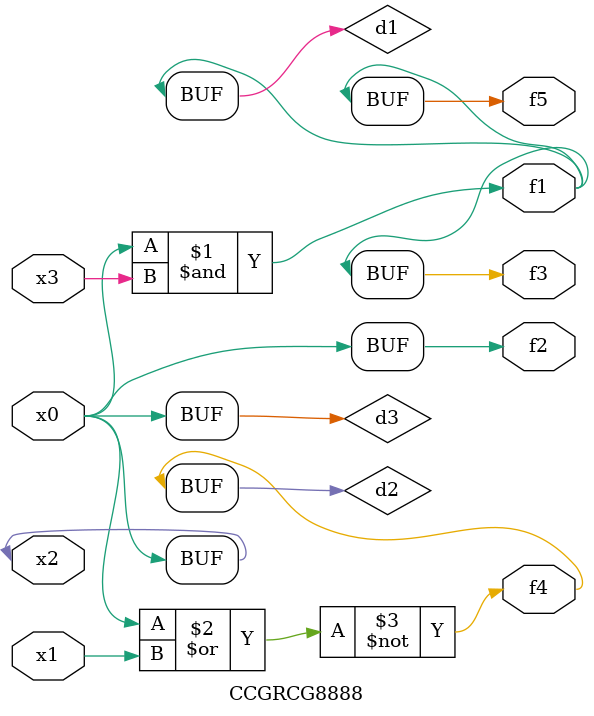
<source format=v>
module CCGRCG8888(
	input x0, x1, x2, x3,
	output f1, f2, f3, f4, f5
);

	wire d1, d2, d3;

	and (d1, x2, x3);
	nor (d2, x0, x1);
	buf (d3, x0, x2);
	assign f1 = d1;
	assign f2 = d3;
	assign f3 = d1;
	assign f4 = d2;
	assign f5 = d1;
endmodule

</source>
